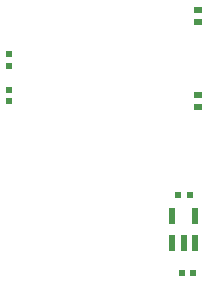
<source format=gbp>
G04 EAGLE Gerber RS-274X export*
G75*
%MOMM*%
%FSLAX34Y34*%
%LPD*%
%INSolderpaste Bottom*%
%IPPOS*%
%AMOC8*
5,1,8,0,0,1.08239X$1,22.5*%
G01*
G04 Define Apertures*
%ADD10R,0.629100X0.560000*%
%ADD11R,0.560000X0.629100*%
%ADD12R,0.644000X0.535100*%
%ADD13R,0.558800X1.422400*%
D10*
X-80000Y-4846D03*
X-80000Y4846D03*
X-80000Y-25154D03*
X-80000Y-34846D03*
D11*
X66454Y-180100D03*
X76146Y-180100D03*
X73446Y-114400D03*
X63754Y-114400D03*
D12*
X80000Y-29925D03*
X80000Y-40075D03*
X80000Y42075D03*
X80000Y31925D03*
D13*
X77600Y-154744D03*
X68100Y-154744D03*
X58600Y-154744D03*
X58600Y-131856D03*
X77600Y-131856D03*
M02*

</source>
